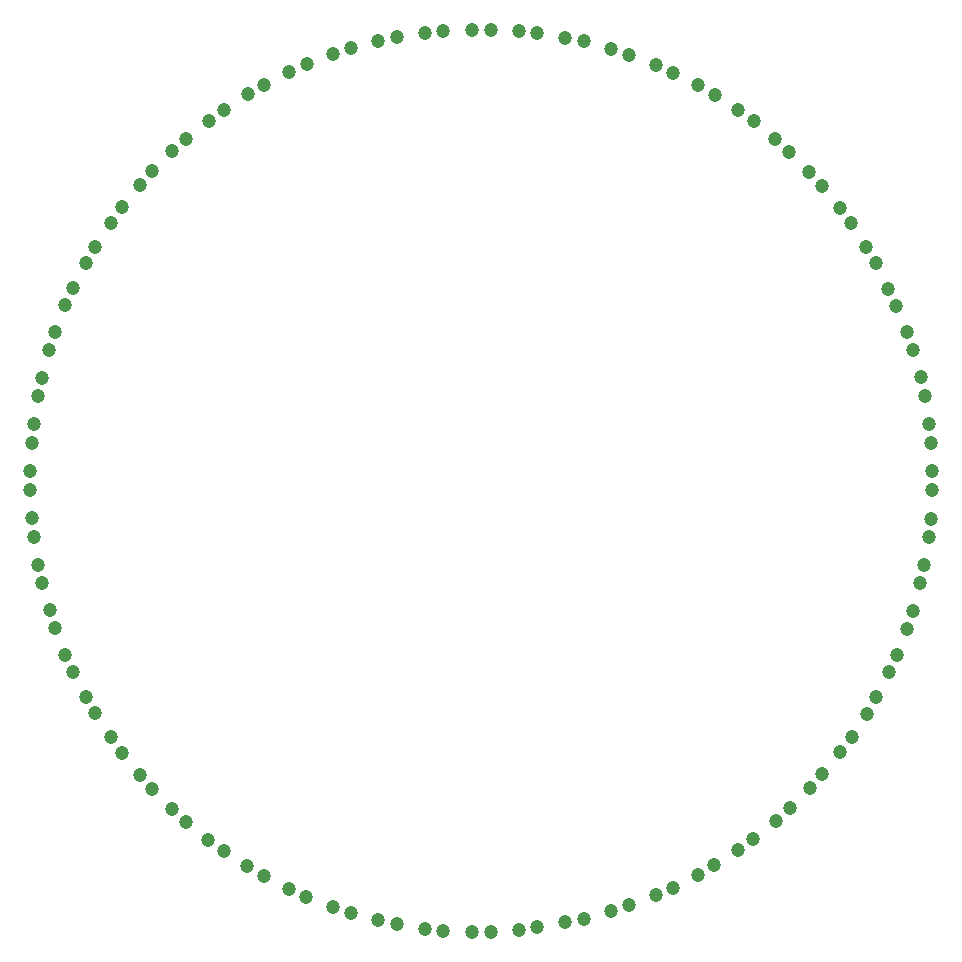
<source format=gtp>
G04 #@! TF.GenerationSoftware,KiCad,Pcbnew,(5.1.5-0-10_14)*
G04 #@! TF.CreationDate,2021-01-17T15:29:47+09:00*
G04 #@! TF.ProjectId,LedClock,4c656443-6c6f-4636-9b2e-6b696361645f,1.0*
G04 #@! TF.SameCoordinates,Original*
G04 #@! TF.FileFunction,Paste,Top*
G04 #@! TF.FilePolarity,Positive*
%FSLAX46Y46*%
G04 Gerber Fmt 4.6, Leading zero omitted, Abs format (unit mm)*
G04 Created by KiCad (PCBNEW (5.1.5-0-10_14)) date 2021-01-17 15:29:47*
%MOMM*%
%LPD*%
G04 APERTURE LIST*
%ADD10C,1.200000*%
G04 APERTURE END LIST*
D10*
X-3195339Y38072680D03*
X-4786574Y37905434D03*
X-7161187Y37542153D03*
X-8726223Y37209494D03*
X-11027042Y36605248D03*
X-12548732Y36110820D03*
X-14782073Y35268863D03*
X-16243745Y34618084D03*
X-18375129Y33540000D03*
X-19760770Y32740000D03*
X-21774752Y31435799D03*
X-23069180Y30495342D03*
X-24959194Y28973566D03*
X-26148226Y27902957D03*
X-27846434Y26200806D03*
X-28917043Y25011774D03*
X-30424201Y23145248D03*
X-31364658Y21850820D03*
X-32660000Y19834871D03*
X-33460000Y18449230D03*
X-34551137Y16317927D03*
X-35201916Y14856255D03*
X-36064752Y12592958D03*
X-36559180Y11071268D03*
X-37187847Y8738813D03*
X-37520506Y7173777D03*
X-37897320Y4804661D03*
X-38064566Y3213426D03*
X-38200000Y800000D03*
X-38200000Y-800000D03*
X-38062680Y-3175339D03*
X-37895434Y-4766574D03*
X-37502153Y-7091187D03*
X-37169494Y-8656223D03*
X-36545248Y-10967042D03*
X-36050820Y-12488732D03*
X-35198863Y-14722073D03*
X-34548084Y-16183745D03*
X-33460000Y-18315129D03*
X-32660000Y-19700770D03*
X-31355799Y-21724752D03*
X-30415342Y-23019180D03*
X-28903566Y-24899194D03*
X-27832957Y-26088226D03*
X-26140806Y-27796434D03*
X-24951774Y-28867043D03*
X-23095248Y-30384201D03*
X-21800820Y-31324658D03*
X-19794871Y-32650000D03*
X-18409230Y-33450000D03*
X-16257927Y-34561137D03*
X-14796255Y-35211916D03*
X-12552958Y-36074752D03*
X-11031268Y-36569180D03*
X-8718813Y-37197847D03*
X-7153777Y-37530506D03*
X-4784661Y-37907320D03*
X-3193426Y-38074566D03*
X-800000Y-38200000D03*
X800000Y-38200000D03*
X3177249Y-38029685D03*
X4761678Y-37807008D03*
X7121187Y-37392153D03*
X8686223Y-37059494D03*
X11007042Y-36435248D03*
X12528732Y-35940820D03*
X14762073Y-35088863D03*
X16223745Y-34438084D03*
X18355129Y-33350000D03*
X19740770Y-32550000D03*
X21754752Y-31245799D03*
X23049180Y-30305342D03*
X24919194Y-28793566D03*
X26108226Y-27722957D03*
X27816434Y-26030806D03*
X28887043Y-24841774D03*
X30414201Y-22985248D03*
X31354658Y-21690820D03*
X32660000Y-19714871D03*
X33460000Y-18329230D03*
X34551137Y-16207927D03*
X35201916Y-14746255D03*
X36064752Y-12522958D03*
X36559180Y-11001268D03*
X37187847Y-8688813D03*
X37520506Y-7123777D03*
X37907320Y-4784661D03*
X38074566Y-3193426D03*
X38200000Y-800000D03*
X38200000Y800000D03*
X38082680Y3195339D03*
X37915434Y4786574D03*
X37542153Y7191187D03*
X37209494Y8756223D03*
X36557656Y11068861D03*
X36010424Y12572369D03*
X35118863Y14802073D03*
X34468084Y16263745D03*
X33390000Y18405129D03*
X32590000Y19790770D03*
X31295799Y21804752D03*
X30355342Y23099180D03*
X28863566Y24959194D03*
X27792957Y26148226D03*
X26100806Y27846434D03*
X24911774Y28917043D03*
X23065248Y30424201D03*
X21770820Y31364658D03*
X19774871Y32670000D03*
X18389230Y33470000D03*
X16247927Y34561137D03*
X14786255Y35211916D03*
X12552958Y36074752D03*
X11031268Y36569180D03*
X8698813Y37197847D03*
X7133777Y37530506D03*
X4764661Y37907320D03*
X3173426Y38074566D03*
X800000Y38200000D03*
X-800000Y38200000D03*
M02*

</source>
